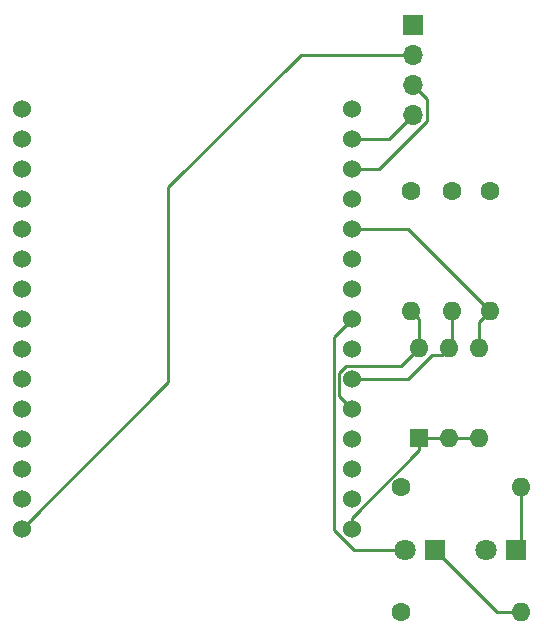
<source format=gbr>
%TF.GenerationSoftware,KiCad,Pcbnew,(5.1.9)-1*%
%TF.CreationDate,2021-10-19T20:47:57+02:00*%
%TF.ProjectId,BusyBox,42757379-426f-4782-9e6b-696361645f70,rev?*%
%TF.SameCoordinates,Original*%
%TF.FileFunction,Copper,L1,Top*%
%TF.FilePolarity,Positive*%
%FSLAX46Y46*%
G04 Gerber Fmt 4.6, Leading zero omitted, Abs format (unit mm)*
G04 Created by KiCad (PCBNEW (5.1.9)-1) date 2021-10-19 20:47:57*
%MOMM*%
%LPD*%
G01*
G04 APERTURE LIST*
%TA.AperFunction,ComponentPad*%
%ADD10O,1.600000X1.600000*%
%TD*%
%TA.AperFunction,ComponentPad*%
%ADD11C,1.600000*%
%TD*%
%TA.AperFunction,ComponentPad*%
%ADD12C,1.524000*%
%TD*%
%TA.AperFunction,ComponentPad*%
%ADD13R,1.600000X1.600000*%
%TD*%
%TA.AperFunction,ComponentPad*%
%ADD14O,1.700000X1.700000*%
%TD*%
%TA.AperFunction,ComponentPad*%
%ADD15R,1.700000X1.700000*%
%TD*%
%TA.AperFunction,ComponentPad*%
%ADD16C,1.800000*%
%TD*%
%TA.AperFunction,ComponentPad*%
%ADD17R,1.800000X1.800000*%
%TD*%
%TA.AperFunction,Conductor*%
%ADD18C,0.250000*%
%TD*%
G04 APERTURE END LIST*
D10*
%TO.P,R2,2*%
%TO.N,Net-(D2-Pad1)*%
X138049000Y-102565200D03*
D11*
%TO.P,R2,1*%
%TO.N,GND*%
X127889000Y-102565200D03*
%TD*%
D12*
%TO.P,U1,30*%
%TO.N,Net-(U1-Pad30)*%
X123698700Y-70547400D03*
%TO.P,U1,29*%
%TO.N,SCL*%
X123698700Y-73087400D03*
%TO.P,U1,28*%
%TO.N,SDA*%
X123698700Y-75627400D03*
%TO.P,U1,27*%
%TO.N,Net-(U1-Pad27)*%
X123698700Y-78167400D03*
%TO.P,U1,26*%
%TO.N,SW3*%
X123698700Y-80707400D03*
%TO.P,U1,25*%
%TO.N,Net-(U1-Pad25)*%
X123698700Y-83247400D03*
%TO.P,U1,24*%
%TO.N,Net-(U1-Pad24)*%
X123698700Y-85787400D03*
%TO.P,U1,23*%
%TO.N,LED_Gruen*%
X123698700Y-88327400D03*
%TO.P,U1,22*%
%TO.N,LED_Rot*%
X123698700Y-90867400D03*
%TO.P,U1,21*%
%TO.N,SW2*%
X123698700Y-93407400D03*
%TO.P,U1,20*%
%TO.N,SW1*%
X123698700Y-95947400D03*
%TO.P,U1,19*%
%TO.N,Net-(U1-Pad19)*%
X123698700Y-98487400D03*
%TO.P,U1,18*%
%TO.N,Net-(U1-Pad18)*%
X123698700Y-101027400D03*
%TO.P,U1,17*%
%TO.N,GND*%
X123698700Y-103567400D03*
%TO.P,U1,16*%
%TO.N,3V3*%
X123698700Y-106107400D03*
%TO.P,U1,15*%
%TO.N,5V*%
X95758700Y-106107400D03*
%TO.P,U1,14*%
%TO.N,Net-(U1-Pad14)*%
X95758700Y-103567400D03*
%TO.P,U1,13*%
%TO.N,Net-(U1-Pad13)*%
X95758700Y-101027400D03*
%TO.P,U1,12*%
%TO.N,Net-(U1-Pad12)*%
X95758700Y-98487400D03*
%TO.P,U1,11*%
%TO.N,Net-(U1-Pad11)*%
X95758700Y-95947400D03*
%TO.P,U1,10*%
%TO.N,Net-(U1-Pad10)*%
X95758700Y-93407400D03*
%TO.P,U1,9*%
%TO.N,Net-(U1-Pad9)*%
X95758700Y-90867400D03*
%TO.P,U1,8*%
%TO.N,Net-(U1-Pad8)*%
X95758700Y-88327400D03*
%TO.P,U1,7*%
%TO.N,Net-(U1-Pad7)*%
X95758700Y-85787400D03*
%TO.P,U1,6*%
%TO.N,Net-(U1-Pad6)*%
X95758700Y-83247400D03*
%TO.P,U1,5*%
%TO.N,Net-(U1-Pad5)*%
X95758700Y-80707400D03*
%TO.P,U1,4*%
%TO.N,Net-(U1-Pad4)*%
X95758700Y-78167400D03*
%TO.P,U1,3*%
%TO.N,Net-(U1-Pad3)*%
X95758700Y-75627400D03*
%TO.P,U1,2*%
%TO.N,Net-(U1-Pad2)*%
X95758700Y-73087400D03*
%TO.P,U1,1*%
%TO.N,Net-(U1-Pad1)*%
X95758700Y-70547400D03*
%TD*%
D10*
%TO.P,SW1,6*%
%TO.N,SW1*%
X129387600Y-90805000D03*
%TO.P,SW1,3*%
%TO.N,3V3*%
X134467600Y-98425000D03*
%TO.P,SW1,5*%
%TO.N,SW2*%
X131927600Y-90805000D03*
%TO.P,SW1,2*%
%TO.N,3V3*%
X131927600Y-98425000D03*
%TO.P,SW1,4*%
%TO.N,SW3*%
X134467600Y-90805000D03*
D13*
%TO.P,SW1,1*%
%TO.N,3V3*%
X129387600Y-98425000D03*
%TD*%
D10*
%TO.P,R5,2*%
%TO.N,SW3*%
X135407400Y-87655400D03*
D11*
%TO.P,R5,1*%
%TO.N,GND*%
X135407400Y-77495400D03*
%TD*%
D10*
%TO.P,R4,2*%
%TO.N,SW2*%
X132130800Y-87655400D03*
D11*
%TO.P,R4,1*%
%TO.N,GND*%
X132130800Y-77495400D03*
%TD*%
D10*
%TO.P,R3,2*%
%TO.N,SW1*%
X128714500Y-87655400D03*
D11*
%TO.P,R3,1*%
%TO.N,GND*%
X128714500Y-77495400D03*
%TD*%
D10*
%TO.P,R1,2*%
%TO.N,Net-(D1-Pad1)*%
X138049000Y-113182400D03*
D11*
%TO.P,R1,1*%
%TO.N,GND*%
X127889000Y-113182400D03*
%TD*%
D14*
%TO.P,J1,4*%
%TO.N,SCL*%
X128841500Y-71043800D03*
%TO.P,J1,3*%
%TO.N,SDA*%
X128841500Y-68503800D03*
%TO.P,J1,2*%
%TO.N,5V*%
X128841500Y-65963800D03*
D15*
%TO.P,J1,1*%
%TO.N,GND*%
X128841500Y-63423800D03*
%TD*%
D16*
%TO.P,D2,2*%
%TO.N,LED_Rot*%
X135077200Y-107924600D03*
D17*
%TO.P,D2,1*%
%TO.N,Net-(D2-Pad1)*%
X137617200Y-107924600D03*
%TD*%
D16*
%TO.P,D1,2*%
%TO.N,LED_Gruen*%
X128181100Y-107924600D03*
D17*
%TO.P,D1,1*%
%TO.N,Net-(D1-Pad1)*%
X130721100Y-107924600D03*
%TD*%
D18*
%TO.N,LED_Gruen*%
X122161689Y-89864411D02*
X123698700Y-88327400D01*
X122161689Y-106179151D02*
X122161689Y-89864411D01*
X123907138Y-107924600D02*
X122161689Y-106179151D01*
X128181100Y-107924600D02*
X123907138Y-107924600D01*
%TO.N,Net-(D1-Pad1)*%
X135978900Y-113182400D02*
X130721100Y-107924600D01*
X138049000Y-113182400D02*
X135978900Y-113182400D01*
%TO.N,LED_Rot*%
X135077200Y-107924600D02*
X135166100Y-108013500D01*
%TO.N,Net-(D2-Pad1)*%
X138049000Y-107492800D02*
X137617200Y-107924600D01*
X138049000Y-102565200D02*
X138049000Y-107492800D01*
%TO.N,SCL*%
X126797900Y-73087400D02*
X128841500Y-71043800D01*
X123698700Y-73087400D02*
X126797900Y-73087400D01*
%TO.N,SDA*%
X125996902Y-75627400D02*
X123698700Y-75627400D01*
X130016501Y-71607801D02*
X125996902Y-75627400D01*
X130016501Y-69678801D02*
X130016501Y-71607801D01*
X128841500Y-68503800D02*
X130016501Y-69678801D01*
%TO.N,5V*%
X128841500Y-65963800D02*
X119354600Y-65963800D01*
X108153200Y-93712900D02*
X95758700Y-106107400D01*
X108153200Y-77165200D02*
X108153200Y-93712900D01*
X119354600Y-65963800D02*
X108153200Y-77165200D01*
%TO.N,SW1*%
X129387600Y-88328500D02*
X128714500Y-87655400D01*
X129387600Y-90805000D02*
X129387600Y-88328500D01*
X122611699Y-94860399D02*
X123698700Y-95947400D01*
X122611699Y-92885639D02*
X122611699Y-94860399D01*
X123176939Y-92320399D02*
X122611699Y-92885639D01*
X127872201Y-92320399D02*
X123176939Y-92320399D01*
X129387600Y-90805000D02*
X127872201Y-92320399D01*
%TO.N,SW2*%
X132130800Y-90601800D02*
X131927600Y-90805000D01*
X132130800Y-87655400D02*
X132130800Y-90601800D01*
X128450202Y-93407400D02*
X123698700Y-93407400D01*
X130481102Y-91376500D02*
X128450202Y-93407400D01*
X131356100Y-91376500D02*
X130481102Y-91376500D01*
X131927600Y-90805000D02*
X131356100Y-91376500D01*
%TO.N,SW3*%
X128459400Y-80707400D02*
X135407400Y-87655400D01*
X123698700Y-80707400D02*
X128459400Y-80707400D01*
X134467600Y-88595200D02*
X135407400Y-87655400D01*
X134467600Y-90805000D02*
X134467600Y-88595200D01*
%TO.N,3V3*%
X123698700Y-105163900D02*
X123698700Y-106107400D01*
X129387600Y-99475000D02*
X123698700Y-105163900D01*
X129387600Y-98425000D02*
X129387600Y-99475000D01*
X131927600Y-98425000D02*
X129387600Y-98425000D01*
X134467600Y-98425000D02*
X131927600Y-98425000D01*
%TD*%
M02*

</source>
